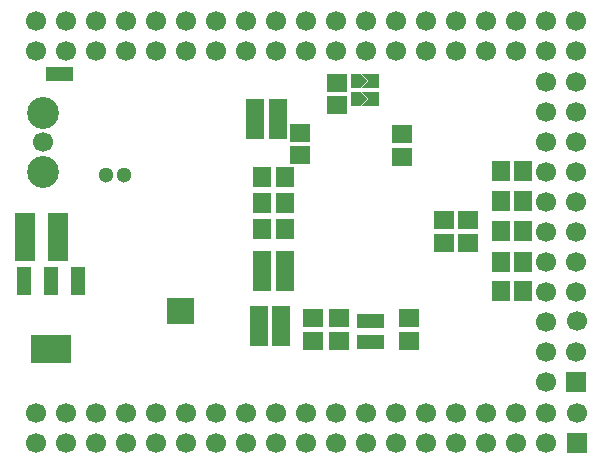
<source format=gbr>
G04 DipTrace 3.2.0.1*
G04 Íèæíÿÿìàñêà.gbr*
%MOMM*%
G04 #@! TF.FileFunction,Soldermask,Bot*
G04 #@! TF.Part,Single*
%AMOUTLINE1*
4,1,4,
-0.84997,-0.75,
0.84997,-0.75,
0.84997,0.75,
-0.84997,0.75,
-0.84997,-0.75,
0*%
%AMOUTLINE10*
4,1,5,
0.04142,0.6,
-0.8,0.6,
-0.8,-0.6,
0.04142,-0.6,
0.64142,0.0,
0.04142,0.6,
0*%
%AMOUTLINE13*
4,1,5,
-1.14142,-0.6,
0.3,-0.6,
0.3,0.6,
-1.14142,0.6,
-0.54142,0.0,
-1.14142,-0.6,
0*%
%AMOUTLINE16*
4,1,5,
-0.04142,-0.60004,
0.8,-0.6,
0.8,0.6,
-0.04142,0.60004,
-0.64145,0.0,
-0.04142,-0.60004,
0*%
%AMOUTLINE19*
4,1,5,
1.14138,0.6,
-0.3,0.6,
-0.3,-0.6,
1.14138,-0.6,
0.54142,0.0,
1.14138,0.6,
0*%
%ADD58C,1.3*%
%ADD60R,3.45X2.35*%
%ADD62R,1.15X2.35*%
%ADD75C,2.7*%
%ADD77R,1.7X1.7*%
%ADD79C,1.7*%
%ADD82R,1.8X2.0*%
%ADD83R,1.5X1.7*%
%ADD87R,1.7X1.5*%
%ADD96OUTLINE1*%
%ADD105OUTLINE10*%
%ADD108OUTLINE13*%
%ADD111OUTLINE16*%
%ADD114OUTLINE19*%
%FSLAX35Y35*%
G04*
G71*
G90*
G75*
G01*
G04 BotMask*
%LPD*%
D87*
X4412000Y2344000D3*
Y2154000D3*
X4352000Y3714000D3*
Y3904000D3*
X3602000Y2344000D3*
Y2154000D3*
D96*
X3492000Y3724000D3*
Y3914007D3*
D83*
X3362000Y3544000D3*
X3172000D3*
X3362000Y3324000D3*
X3172000D3*
X3362000Y3104000D3*
X3172000D3*
X3362000Y2834000D3*
X3172000D3*
X3362000Y2664000D3*
X3172000D3*
X3332000Y2364000D3*
X3142000D3*
X3332000Y2194000D3*
X3142000D3*
X3112000Y4114000D3*
X3302000D3*
D82*
X1162000Y3134000D3*
X1442000D3*
X1162000Y2934000D3*
X1442000D3*
D79*
X1259000Y1290000D3*
Y1544000D3*
X1513000Y1290000D3*
Y1544000D3*
X1767000Y1290000D3*
Y1544000D3*
X2021000Y1290000D3*
Y1544000D3*
X2275000Y1290000D3*
Y1544000D3*
X2529000Y1290000D3*
Y1544000D3*
X2783000Y1290000D3*
Y1544000D3*
X3037000Y1290000D3*
Y1544000D3*
X3291000Y1290000D3*
Y1544000D3*
X3545000Y1290000D3*
Y1544000D3*
X3799000Y1290000D3*
Y1544000D3*
X4053000Y1290000D3*
Y1544000D3*
X4307000Y1290000D3*
Y1544000D3*
X4561000Y1290000D3*
Y1544000D3*
X4815000Y1290000D3*
Y1544000D3*
X5069000Y1290000D3*
Y1544000D3*
X5323000Y1290000D3*
Y1544000D3*
X5577000Y1290000D3*
Y1544000D3*
D77*
X5832000Y1290000D3*
D79*
Y1544000D3*
D77*
X5831000Y1808000D3*
D79*
X5577000D3*
X5831000Y2062000D3*
X5577000D3*
Y2316000D3*
X5831000Y2570000D3*
X5577000D3*
X5831000Y2824000D3*
X5577000D3*
X5831000Y3078000D3*
X5577000D3*
X5831000Y3332000D3*
X5577000D3*
X5831000Y3586000D3*
X5577000D3*
X5831000Y3840000D3*
X5577000D3*
X5831000Y4094000D3*
X5577000D3*
X5831000Y4348000D3*
X5577000D3*
X1259003Y4612000D3*
Y4866000D3*
X1513000Y4612000D3*
Y4866000D3*
X1767000Y4612000D3*
Y4866000D3*
X2021003Y4612000D3*
Y4866000D3*
X2275000Y4612000D3*
Y4866000D3*
X2529000Y4612000D3*
Y4866000D3*
X2782997Y4612000D3*
Y4866000D3*
X3037000Y4612000D3*
Y4866000D3*
X3291000Y4612000D3*
Y4866000D3*
X3545000Y4612000D3*
Y4866000D3*
X3799003Y4612000D3*
Y4866000D3*
X4053000Y4612000D3*
Y4866000D3*
X4307000Y4612000D3*
Y4866000D3*
X4561003Y4612000D3*
Y4866000D3*
X4815000Y4612000D3*
Y4866000D3*
X5069000Y4612000D3*
Y4866000D3*
X5323003Y4612000D3*
Y4866000D3*
X5577000Y4612000D3*
Y4866000D3*
X5831000Y4612000D3*
Y4866000D3*
D75*
X1312000Y4084000D3*
Y3580000D3*
D79*
Y3834000D3*
D105*
X4052000Y2324000D3*
D108*
X4172000D3*
D105*
X4052000Y2144000D3*
D108*
X4172000D3*
D105*
X4002000Y4354000D3*
D108*
X4122000D3*
D105*
X4002000Y4204000D3*
D108*
X4122000D3*
D105*
X2440000Y2360000D3*
D108*
X2560000D3*
D105*
X2440000Y2460000D3*
D108*
X2560000D3*
D111*
X1492000Y4414000D3*
D114*
X1371997D3*
D79*
X5832000Y2322000D3*
D83*
X5192000Y3594000D3*
X5382000D3*
X5192000Y3334000D3*
X5382000D3*
X5192000Y3084000D3*
X5382000D3*
X5192000Y2824000D3*
X5382000D3*
X5192000Y2574000D3*
X5382000D3*
D87*
X4912000Y2984000D3*
Y3174000D3*
X4712000Y2984000D3*
Y3174000D3*
X3822000Y2154000D3*
Y2344000D3*
X3800000Y4340000D3*
Y4150000D3*
D83*
X3112000Y3944000D3*
X3302000D3*
D62*
X1152000Y2664000D3*
X1382000D3*
X1612000D3*
D60*
X1382000Y2084000D3*
D58*
X2002000Y3554000D3*
X1852000D3*
M02*

</source>
